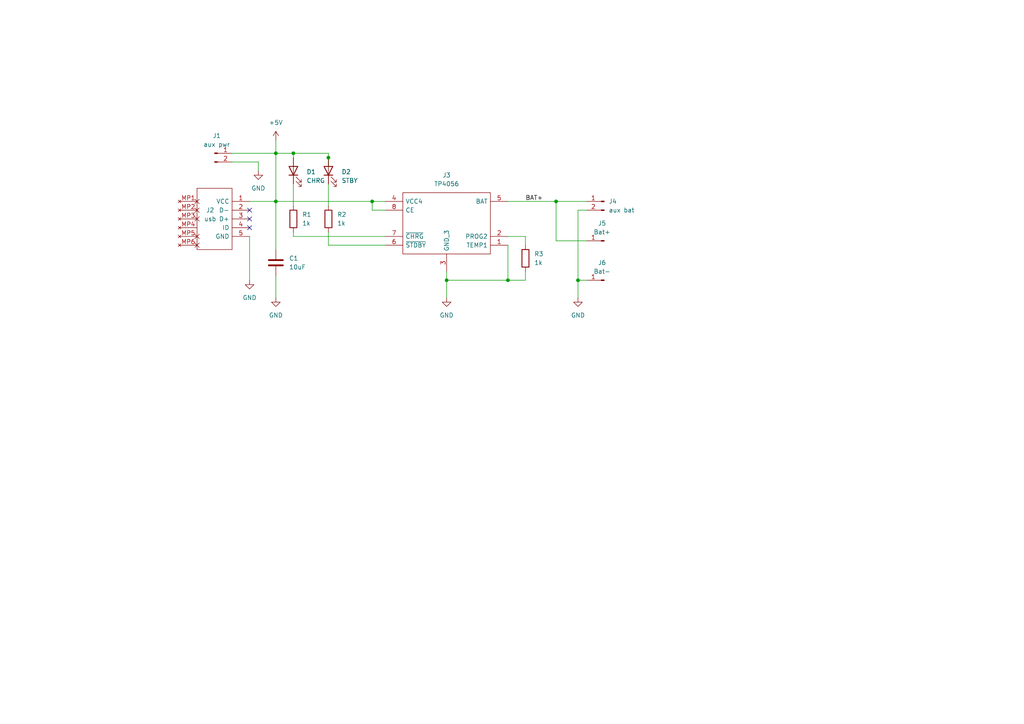
<source format=kicad_sch>
(kicad_sch (version 20211123) (generator eeschema)
  (paper "A4")
  (lib_symbols
    (symbol "Connector:Conn_01x01_Male" (pin_names (offset 1.016) hide)
      (property "Reference" "J" (at 0 2.54 0))
      (property "Value" "Conn_01x01_Male" (at 0 -2.54 0))
      (symbol "Conn_01x01_Male_1_1"
        (polyline (pts (xy 1.27 0) (xy 0.8636 0)) (stroke (width 0.1524)))
        (rectangle (start 0.8636 0.127) (end 0 -0.127) (stroke (width 0.1524)) (fill (type outline)))
        (pin passive line (at 5.08 0 180) (length 3.81) (name "Pin_1") (number "1"))
      )
    )
    (symbol "Connector:Conn_01x02_Male" (pin_names (offset 1.016) hide)
      (property "Reference" "J" (at 0 2.54 0))
      (property "Value" "Conn_01x02_Male" (at 0 -5.08 0))
      (symbol "Conn_01x02_Male_1_1"
        (polyline (pts (xy 1.27 -2.54) (xy 0.8636 -2.54)) (stroke (width 0.1524)))
        (polyline (pts (xy 1.27 0) (xy 0.8636 0)) (stroke (width 0.1524)))
        (rectangle (start 0.8636 -2.413) (end 0 -2.667) (stroke (width 0.1524)) (fill (type outline)))
        (rectangle (start 0.8636 0.127) (end 0 -0.127) (stroke (width 0.1524)) (fill (type outline)))
        (pin passive line (at 5.08 0 180) (length 3.81) (name "Pin_1") (number "1"))
        (pin passive line (at 5.08 -2.54 180) (length 3.81) (name "Pin_2") (number "2"))
      )
    )
    (symbol "Device:C" (pin_numbers hide) (pin_names (offset 0.254))
      (property "Reference" "C" (at 0.635 2.54 0))
      (property "Value" "C" (at 0.635 -2.54 0))
      (symbol "C_0_1"
        (polyline (pts (xy -2.032 -0.762) (xy 2.032 -0.762)) (stroke (width 0.508)))
        (polyline (pts (xy -2.032 0.762) (xy 2.032 0.762)) (stroke (width 0.508)))
      )
      (symbol "C_1_1"
        (pin passive line (at 0 3.81 270) (length 2.794) (name "~") (number "1"))
        (pin passive line (at 0 -3.81 90) (length 2.794) (name "~") (number "2"))
      )
    )
    (symbol "Device:LED" (pin_numbers hide) (pin_names (offset 1.016) hide)
      (property "Reference" "D" (at 0 2.54 0))
      (property "Value" "LED" (at 0 -2.54 0))
      (symbol "LED_0_1"
        (polyline (pts (xy -1.27 -1.27) (xy -1.27 1.27)) (stroke (width 0.254)))
        (polyline (pts (xy -1.27 0) (xy 1.27 0)))
        (polyline (pts (xy 1.27 -1.27) (xy 1.27 1.27) (xy -1.27 0) (xy 1.27 -1.27)) (stroke (width 0.254)))
        (polyline (pts (xy -3.048 -0.762) (xy -4.572 -2.286) (xy -3.81 -2.286) (xy -4.572 -2.286) (xy -4.572 -1.524)))
        (polyline (pts (xy -1.778 -0.762) (xy -3.302 -2.286) (xy -2.54 -2.286) (xy -3.302 -2.286) (xy -3.302 -1.524)))
      )
      (symbol "LED_1_1"
        (pin passive line (at -3.81 0 0) (length 2.54) (name "K") (number "1"))
        (pin passive line (at 3.81 0 180) (length 2.54) (name "A") (number "2"))
      )
    )
    (symbol "Device:R" (pin_numbers hide) (pin_names (offset 0))
      (property "Reference" "R" (at 2.032 0 90))
      (property "Value" "R" (at 0 0 90))
      (symbol "R_0_1"
        (rectangle (start -1.016 -2.54) (end 1.016 2.54) (stroke (width 0.254)))
      )
      (symbol "R_1_1"
        (pin passive line (at 0 3.81 270) (length 1.27) (name "~") (number "1"))
        (pin passive line (at 0 -3.81 90) (length 1.27) (name "~") (number "2"))
      )
    )
    (symbol "TP4056:TP4056" (pin_names (offset 0.762))
      (property "Reference" "J" (at 31.75 7.62 0))
      (property "Value" "TP4056" (at 31.75 5.08 0))
      (symbol "TP4056_0_0"
        (pin passive line (at 35.56 -12.7 180) (length 5.08) (name "TEMP1") (number "1"))
        (pin passive line (at 35.56 -10.16 180) (length 5.08) (name "PROG2") (number "2"))
        (pin passive line (at 17.78 -20.32 90) (length 5.08) (name "GND_3") (number "3"))
        (pin passive line (at 0 0 0) (length 5.08) (name "VCC4") (number "4"))
        (pin passive line (at 35.56 0 180) (length 5.08) (name "BAT") (number "5"))
        (pin passive line (at 0 -12.7 0) (length 5.08) (name "~{STDBY}") (number "6"))
        (pin passive line (at 0 -10.16 0) (length 5.08) (name "~{CHRG}") (number "7"))
        (pin passive line (at 0 -2.54 0) (length 5.08) (name "CE") (number "8"))
      )
      (symbol "TP4056_0_1"
        (polyline (pts (xy 5.08 2.54) (xy 30.48 2.54) (xy 30.48 -15.24) (xy 5.08 -15.24) (xy 5.08 2.54)) (stroke (width 0.1524)))
      )
    )
    (symbol "USB Connector 10118192-0002LF:10118192-0002LF" (pin_names (offset 0.762))
      (property "Reference" "J" (at 21.59 7.62 0))
      (property "Value" "10118192-0002LF" (at 21.59 5.08 0))
      (symbol "10118192-0002LF_0_0"
        (pin power_out line (at 25.4 -1.27 180) (length 5.08) (name "VCC") (number "1"))
        (pin bidirectional line (at 25.4 -3.81 180) (length 5.08) (name "D-") (number "2"))
        (pin bidirectional line (at 25.4 -6.35 180) (length 5.08) (name "D+") (number "3"))
        (pin bidirectional line (at 25.4 -8.89 180) (length 5.08) (name "ID") (number "4"))
        (pin power_out line (at 25.4 -11.43 180) (length 5.08) (name "GND") (number "5"))
        (pin no_connect non_logic (at 5.08 -1.27 0) (length 5.08) (name "") (number "MP1"))
        (pin no_connect non_logic (at 5.08 -3.81 0) (length 5.08) (name "") (number "MP2"))
        (pin no_connect non_logic (at 5.08 -6.35 0) (length 5.08) (name "") (number "MP3"))
        (pin no_connect line (at 5.08 -8.89 0) (length 5.08) (name "") (number "MP4"))
        (pin no_connect non_logic (at 5.08 -11.43 0) (length 5.08) (name "") (number "MP5"))
        (pin no_connect non_logic (at 5.08 -13.97 0) (length 5.08) (name "") (number "MP6"))
      )
      (symbol "10118192-0002LF_0_1"
        (polyline (pts (xy 10.16 2.54) (xy 20.32 2.54) (xy 20.32 -15.24) (xy 10.16 -15.24) (xy 10.16 2.54)) (stroke (width 0.1524)))
      )
    )
    (symbol "power:+5V" (power) (pin_names (offset 0))
      (property "Value" "+5V" (at 0 3.556 0))
      (symbol "+5V_0_1"
        (polyline (pts (xy -0.762 1.27) (xy 0 2.54)))
        (polyline (pts (xy 0 0) (xy 0 2.54)))
        (polyline (pts (xy 0 2.54) (xy 0.762 1.27)))
      )
      (symbol "+5V_1_1"
        (pin power_in line (at 0 0 90) (length 0) hide (name "+5V") (number "1"))
      )
    )
    (symbol "power:GND" (power) (pin_names (offset 0))
      (property "Value" "GND" (at 0 -3.81 0))
      (symbol "GND_0_1"
        (polyline (pts (xy 0 0) (xy 0 -1.27) (xy 1.27 -1.27) (xy 0 -2.54) (xy -1.27 -1.27) (xy 0 -1.27)))
      )
      (symbol "GND_1_1"
        (pin power_in line (at 0 0 270) (length 0) hide (name "GND") (number "1"))
      )
    )
  )
  (junction (at 167.64 81.28))
  (junction (at 161.29 58.42))
  (junction (at 107.95 58.42))
  (junction (at 80.01 58.42))
  (junction (at 147.32 81.28))
  (junction (at 95.25 45.72))
  (junction (at 80.01 44.45))
  (junction (at 129.54 81.28))
  (junction (at 85.09 44.45))
  (no_connect (at 72.39 66.04))
  (no_connect (at 72.39 63.5))
  (no_connect (at 72.39 60.96))
  (wire (pts (xy 167.64 81.28) (xy 170.18 81.28)))
  (wire (pts (xy 147.32 68.58) (xy 152.4 68.58)))
  (wire (pts (xy 74.93 46.99) (xy 74.93 49.53)))
  (wire (pts (xy 167.64 81.28) (xy 167.64 86.36)))
  (wire (pts (xy 95.25 53.34) (xy 95.25 59.69)))
  (wire (pts (xy 152.4 68.58) (xy 152.4 71.12)))
  (wire (pts (xy 72.39 58.42) (xy 80.01 58.42)))
  (wire (pts (xy 95.25 67.31) (xy 95.25 71.12)))
  (wire (pts (xy 95.25 48.26) (xy 95.25 45.72)))
  (wire (pts (xy 129.54 81.28) (xy 129.54 86.36)))
  (wire (pts (xy 129.54 78.74) (xy 129.54 81.28)))
  (wire (pts (xy 95.25 45.72) (xy 95.25 44.45)))
  (wire (pts (xy 85.09 67.31) (xy 85.09 68.58)))
  (wire (pts (xy 161.29 69.85) (xy 170.18 69.85)))
  (wire (pts (xy 80.01 44.45) (xy 80.01 58.42)))
  (wire (pts (xy 80.01 58.42) (xy 80.01 72.39)))
  (wire (pts (xy 67.31 46.99) (xy 74.93 46.99)))
  (wire (pts (xy 80.01 80.01) (xy 80.01 86.36)))
  (wire (pts (xy 161.29 58.42) (xy 161.29 69.85)))
  (wire (pts (xy 161.29 58.42) (xy 170.18 58.42)))
  (wire (pts (xy 85.09 68.58) (xy 111.76 68.58)))
  (wire (pts (xy 152.4 81.28) (xy 147.32 81.28)))
  (wire (pts (xy 107.95 58.42) (xy 111.76 58.42)))
  (wire (pts (xy 167.64 60.96) (xy 167.64 81.28)))
  (wire (pts (xy 80.01 40.64) (xy 80.01 44.45)))
  (wire (pts (xy 80.01 44.45) (xy 85.09 44.45)))
  (wire (pts (xy 107.95 58.42) (xy 107.95 60.96)))
  (wire (pts (xy 80.01 58.42) (xy 107.95 58.42)))
  (wire (pts (xy 152.4 78.74) (xy 152.4 81.28)))
  (wire (pts (xy 85.09 45.72) (xy 85.09 44.45)))
  (wire (pts (xy 85.09 53.34) (xy 85.09 59.69)))
  (wire (pts (xy 95.25 71.12) (xy 111.76 71.12)))
  (wire (pts (xy 129.54 81.28) (xy 147.32 81.28)))
  (wire (pts (xy 85.09 44.45) (xy 95.25 44.45)))
  (wire (pts (xy 107.95 60.96) (xy 111.76 60.96)))
  (wire (pts (xy 147.32 71.12) (xy 147.32 81.28)))
  (wire (pts (xy 147.32 58.42) (xy 161.29 58.42)))
  (wire (pts (xy 67.31 44.45) (xy 80.01 44.45)))
  (wire (pts (xy 72.39 68.58) (xy 72.39 81.28)))
  (wire (pts (xy 170.18 60.96) (xy 167.64 60.96)))
  (label "BAT+" (at 152.4 58.42 0))
  (symbol (lib_id "Device:R") (at 85.09 63.5 0) (unit 1)
    (property "Reference" "R1" (at 87.63 62.2299 0) (effects (justify left)))
    (property "Value" "1k" (at 87.63 64.7699 0) (effects (justify left)))
    (property "Footprint" "Resistor_SMD:R_0603_1608Metric" (effects hide))
  )
  (symbol (lib_id "Device:LED") (at 95.25 49.53 90) (unit 1)
    (property "Reference" "D2" (at 99.06 49.8474 90) (effects (justify right)))
    (property "Value" "STBY" (at 99.06 52.3874 90) (effects (justify right)))
    (property "Footprint" "LED_SMD:LED_0603_1608Metric" (effects hide))
  )
  (symbol (lib_id "Connector:Conn_01x01_Male") (at 175.26 81.28 0) (mirror y) (unit 1)
    (property "Reference" "J6" (at 174.625 76.2 0))
    (property "Value" "Bat-" (at 174.625 78.74 0))
    (property "Footprint" "Connector_Wire:SolderWirePad_1x01_SMD_2x3mm" (effects hide))
  )
  (symbol (lib_id "Device:C") (at 80.01 76.2 0) (unit 1)
    (property "Reference" "C1" (at 83.82 74.9299 0) (effects (justify left)))
    (property "Value" "10uF" (at 83.82 77.4699 0) (effects (justify left)))
    (property "Footprint" "Capacitor_SMD:C_0603_1608Metric" (effects hide))
  )
  (symbol (lib_id "USB Connector 10118192-0002LF:10118192-0002LF") (at 46.99 57.15 0) (unit 1)
    (property "Reference" "J2" (at 60.96 60.96 0))
    (property "Value" "usb" (at 60.96 63.5 0))
    (property "Footprint" "101181920002LF" (effects hide))
    (property "Datasheet" "https://www.amphenol-cs.com/media/wysiwyg/files/drawing/10118192.pdf" (effects hide))
    (property "Description" "USB Connector, Micro USB Type B, USB 2.0, Receptacle, 5 Ways, Surface Mount, Right Angle" (effects hide))
    (property "Height" "3.05" (effects hide))
    (property "Manufacturer_Name" "AMPHENOL COMMUNICATION SOLUTIONS" (effects hide))
    (property "Manufacturer_Part_Number" "10118192-0002LF" (effects hide))
    (property "Arrow Part Number" "10118192-0002LF" (effects hide))
    (property "Arrow Price/Stock" "https://www.arrow.com/en/products/10118192-0002lf/amphenol-fci?region=nac" (effects hide))
  )
  (symbol (lib_id "power:GND") (at 129.54 86.36 0) (unit 1)
    (property "Reference" "#PWR0106" (effects hide))
    (property "Value" "GND" (at 129.54 91.44 0))
  )
  (symbol (lib_id "TP4056:TP4056") (at 111.76 58.42 0) (unit 1)
    (property "Reference" "J3" (at 129.54 50.8 0))
    (property "Value" "TP4056" (at 129.54 53.34 0))
    (property "Footprint" "footprints:SOP-8-Tiny Package" (effects hide))
    (property "Datasheet" "https://dlnmh9ip6v2uc.cloudfront.net/datasheets/Prototyping/TP4056.pdf" (effects hide))
    (property "Description" "1A Standalone Linear Li-lon Battery Charger, SOP-8" (effects hide))
    (property "Height" "1.75" (effects hide))
    (property "Manufacturer_Name" "NanJing Top Power" (effects hide))
    (property "Manufacturer_Part_Number" "TP4056" (effects hide))
  )
  (symbol (lib_id "power:GND") (at 167.64 86.36 0) (unit 1)
    (property "Reference" "#PWR0105" (effects hide))
    (property "Value" "GND" (at 167.64 91.44 0))
  )
  (symbol (lib_id "Device:R") (at 95.25 63.5 0) (unit 1)
    (property "Reference" "R2" (at 97.79 62.2299 0) (effects (justify left)))
    (property "Value" "1k" (at 97.79 64.7699 0) (effects (justify left)))
    (property "Footprint" "Resistor_SMD:R_0603_1608Metric" (effects hide))
  )
  (symbol (lib_id "power:GND") (at 74.93 49.53 0) (unit 1)
    (property "Reference" "#PWR0103" (effects hide))
    (property "Value" "GND" (at 74.93 54.61 0))
  )
  (symbol (lib_id "Connector:Conn_01x02_Male") (at 175.26 58.42 0) (mirror y) (unit 1)
    (property "Reference" "J4" (at 176.53 58.4199 0) (effects (justify right)))
    (property "Value" "aux bat" (at 176.53 60.9599 0) (effects (justify right)))
    (property "Footprint" "Connector_PinHeader_2.54mm:PinHeader_1x02_P2.54mm_Vertical" (effects hide))
  )
  (symbol (lib_id "Connector:Conn_01x02_Male") (at 62.23 44.45 0) (unit 1)
    (property "Reference" "J1" (at 62.865 39.37 0))
    (property "Value" "aux pwr" (at 62.865 41.91 0))
    (property "Footprint" "Connector_PinHeader_2.54mm:PinHeader_1x02_P2.54mm_Vertical" (effects hide))
  )
  (symbol (lib_id "Device:LED") (at 85.09 49.53 90) (unit 1)
    (property "Reference" "D1" (at 88.9 49.8474 90) (effects (justify right)))
    (property "Value" "CHRG" (at 88.9 52.3874 90) (effects (justify right)))
    (property "Footprint" "LED_SMD:LED_0603_1608Metric" (effects hide))
  )
  (symbol (lib_id "power:GND") (at 72.39 81.28 0) (unit 1)
    (property "Reference" "#PWR0101" (effects hide))
    (property "Value" "GND" (at 72.39 86.36 0))
  )
  (symbol (lib_id "power:+5V") (at 80.01 40.64 0) (unit 1)
    (property "Reference" "#PWR0104" (effects hide))
    (property "Value" "+5V" (at 80.01 35.56 0))
  )
  (symbol (lib_id "Device:R") (at 152.4 74.93 0) (unit 1)
    (property "Reference" "R3" (at 154.94 73.6599 0) (effects (justify left)))
    (property "Value" "1k" (at 154.94 76.1999 0) (effects (justify left)))
    (property "Footprint" "Resistor_SMD:R_0603_1608Metric" (effects hide))
  )
  (symbol (lib_id "power:GND") (at 80.01 86.36 0) (unit 1)
    (property "Reference" "#PWR0102" (effects hide))
    (property "Value" "GND" (at 80.01 91.44 0))
  )
  (symbol (lib_id "Connector:Conn_01x01_Male") (at 175.26 69.85 0) (mirror y) (unit 1)
    (property "Reference" "J5" (at 174.625 64.77 0))
    (property "Value" "Bat+" (at 174.625 67.31 0))
    (property "Footprint" "Connector_Wire:SolderWirePad_1x01_SMD_2x3mm" (effects hide))
  )
)
</source>
